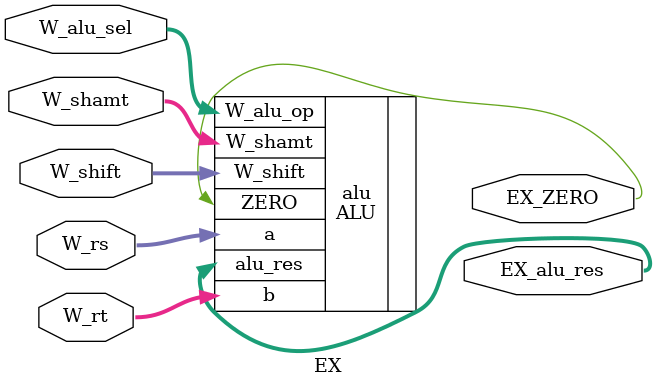
<source format=v>
`timescale 1ns / 1ps


module EX(
        input wire [2:0] W_alu_sel,
        input wire [1:0] W_shift,
        input wire [4:0] W_shamt,
        input wire [31:0] W_rs,
        input wire [31:0] W_rt,
        output wire [31:0] EX_alu_res,
        output wire EX_ZERO
    );

    ALU alu(
        .a(W_rs),
        .b(W_rt),
        .W_alu_op(W_alu_sel),
        .W_shift(W_shift),
        .W_shamt(W_shamt),
        .alu_res(EX_alu_res),
        .ZERO(EX_ZERO)
    );

endmodule

</source>
